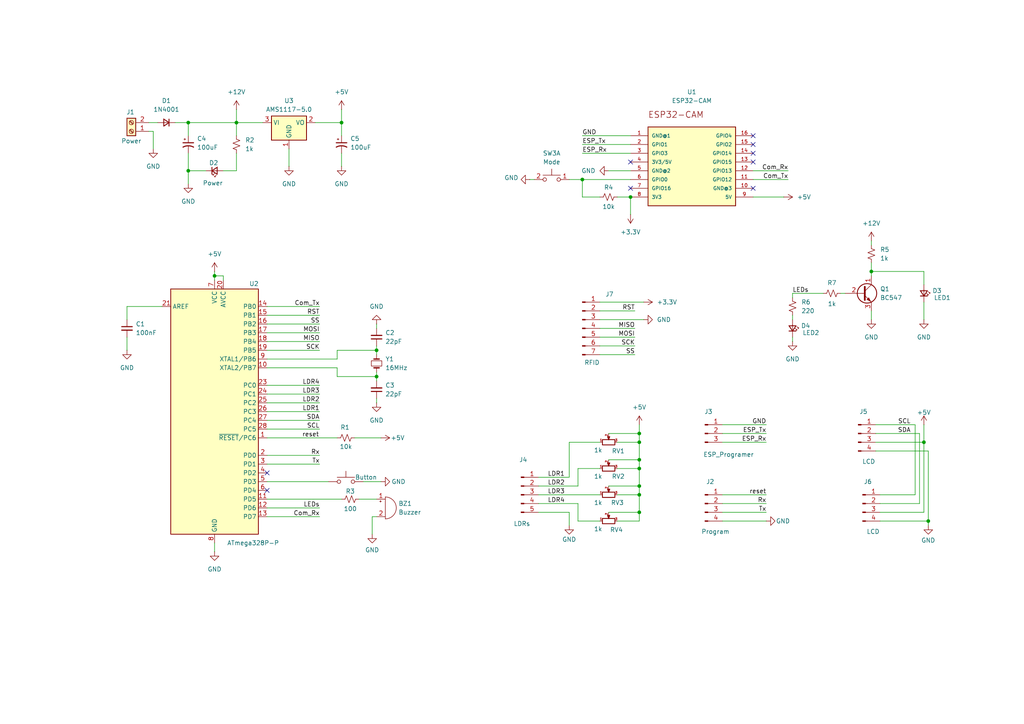
<source format=kicad_sch>
(kicad_sch (version 20231120) (generator "eeschema") (generator_version "8.0")
  (paper "A4")
  (lib_symbols
    (symbol "Connector:Conn_01x03_Pin" (pin_names (offset 1.016) hide)
      (property "Reference" "J" (at 0 5.08 0))
      (property "Value" "Conn_01x03_Pin" (at 0 -5.08 0))
      (symbol "Conn_01x03_Pin_1_1"
        (polyline (pts (xy 1.27 -2.54) (xy 0.8636 -2.54)) (stroke (width 0.1524)))
        (polyline (pts (xy 1.27 0) (xy 0.8636 0)) (stroke (width 0.1524)))
        (polyline (pts (xy 1.27 2.54) (xy 0.8636 2.54)) (stroke (width 0.1524)))
        (rectangle (start 0.8636 -2.413) (end 0 -2.667) (stroke (width 0.1524)) (fill (type outline)))
        (rectangle (start 0.8636 0.127) (end 0 -0.127) (stroke (width 0.1524)) (fill (type outline)))
        (rectangle (start 0.8636 2.667) (end 0 2.413) (stroke (width 0.1524)) (fill (type outline)))
        (pin passive line (at 5.08 2.54 180) (length 3.81) (name "Pin_1") (number "1"))
        (pin passive line (at 5.08 0 180) (length 3.81) (name "Pin_2") (number "2"))
        (pin passive line (at 5.08 -2.54 180) (length 3.81) (name "Pin_3") (number "3"))
      )
    )
    (symbol "Connector:Conn_01x04_Pin" (pin_names (offset 1.016) hide)
      (property "Reference" "J" (at 0 5.08 0))
      (property "Value" "Conn_01x04_Pin" (at 0 -7.62 0))
      (symbol "Conn_01x04_Pin_1_1"
        (polyline (pts (xy 1.27 -5.08) (xy 0.8636 -5.08)) (stroke (width 0.1524)))
        (polyline (pts (xy 1.27 -2.54) (xy 0.8636 -2.54)) (stroke (width 0.1524)))
        (polyline (pts (xy 1.27 0) (xy 0.8636 0)) (stroke (width 0.1524)))
        (polyline (pts (xy 1.27 2.54) (xy 0.8636 2.54)) (stroke (width 0.1524)))
        (rectangle (start 0.8636 -4.953) (end 0 -5.207) (stroke (width 0.1524)) (fill (type outline)))
        (rectangle (start 0.8636 -2.413) (end 0 -2.667) (stroke (width 0.1524)) (fill (type outline)))
        (rectangle (start 0.8636 0.127) (end 0 -0.127) (stroke (width 0.1524)) (fill (type outline)))
        (rectangle (start 0.8636 2.667) (end 0 2.413) (stroke (width 0.1524)) (fill (type outline)))
        (pin passive line (at 5.08 2.54 180) (length 3.81) (name "Pin_1") (number "1"))
        (pin passive line (at 5.08 0 180) (length 3.81) (name "Pin_2") (number "2"))
        (pin passive line (at 5.08 -2.54 180) (length 3.81) (name "Pin_3") (number "3"))
        (pin passive line (at 5.08 -5.08 180) (length 3.81) (name "Pin_4") (number "4"))
      )
    )
    (symbol "Connector:Conn_01x05_Pin" (pin_names (offset 1.016) hide)
      (property "Reference" "J" (at 0 7.62 0))
      (property "Value" "Conn_01x05_Pin" (at 0 -7.62 0))
      (symbol "Conn_01x05_Pin_1_1"
        (polyline (pts (xy 1.27 -5.08) (xy 0.8636 -5.08)) (stroke (width 0.1524)))
        (polyline (pts (xy 1.27 -2.54) (xy 0.8636 -2.54)) (stroke (width 0.1524)))
        (polyline (pts (xy 1.27 0) (xy 0.8636 0)) (stroke (width 0.1524)))
        (polyline (pts (xy 1.27 2.54) (xy 0.8636 2.54)) (stroke (width 0.1524)))
        (polyline (pts (xy 1.27 5.08) (xy 0.8636 5.08)) (stroke (width 0.1524)))
        (rectangle (start 0.8636 -4.953) (end 0 -5.207) (stroke (width 0.1524)) (fill (type outline)))
        (rectangle (start 0.8636 -2.413) (end 0 -2.667) (stroke (width 0.1524)) (fill (type outline)))
        (rectangle (start 0.8636 0.127) (end 0 -0.127) (stroke (width 0.1524)) (fill (type outline)))
        (rectangle (start 0.8636 2.667) (end 0 2.413) (stroke (width 0.1524)) (fill (type outline)))
        (rectangle (start 0.8636 5.207) (end 0 4.953) (stroke (width 0.1524)) (fill (type outline)))
        (pin passive line (at 5.08 5.08 180) (length 3.81) (name "Pin_1") (number "1"))
        (pin passive line (at 5.08 2.54 180) (length 3.81) (name "Pin_2") (number "2"))
        (pin passive line (at 5.08 0 180) (length 3.81) (name "Pin_3") (number "3"))
        (pin passive line (at 5.08 -2.54 180) (length 3.81) (name "Pin_4") (number "4"))
        (pin passive line (at 5.08 -5.08 180) (length 3.81) (name "Pin_5") (number "5"))
      )
    )
    (symbol "Connector:Conn_01x07_Pin" (pin_names (offset 1.016) hide)
      (property "Reference" "J" (at 0 10.16 0))
      (property "Value" "Conn_01x07_Pin" (at 0 -10.16 0))
      (symbol "Conn_01x07_Pin_1_1"
        (polyline (pts (xy 1.27 -7.62) (xy 0.8636 -7.62)) (stroke (width 0.1524)))
        (polyline (pts (xy 1.27 -5.08) (xy 0.8636 -5.08)) (stroke (width 0.1524)))
        (polyline (pts (xy 1.27 -2.54) (xy 0.8636 -2.54)) (stroke (width 0.1524)))
        (polyline (pts (xy 1.27 0) (xy 0.8636 0)) (stroke (width 0.1524)))
        (polyline (pts (xy 1.27 2.54) (xy 0.8636 2.54)) (stroke (width 0.1524)))
        (polyline (pts (xy 1.27 5.08) (xy 0.8636 5.08)) (stroke (width 0.1524)))
        (polyline (pts (xy 1.27 7.62) (xy 0.8636 7.62)) (stroke (width 0.1524)))
        (rectangle (start 0.8636 -7.493) (end 0 -7.747) (stroke (width 0.1524)) (fill (type outline)))
        (rectangle (start 0.8636 -4.953) (end 0 -5.207) (stroke (width 0.1524)) (fill (type outline)))
        (rectangle (start 0.8636 -2.413) (end 0 -2.667) (stroke (width 0.1524)) (fill (type outline)))
        (rectangle (start 0.8636 0.127) (end 0 -0.127) (stroke (width 0.1524)) (fill (type outline)))
        (rectangle (start 0.8636 2.667) (end 0 2.413) (stroke (width 0.1524)) (fill (type outline)))
        (rectangle (start 0.8636 5.207) (end 0 4.953) (stroke (width 0.1524)) (fill (type outline)))
        (rectangle (start 0.8636 7.747) (end 0 7.493) (stroke (width 0.1524)) (fill (type outline)))
        (pin passive line (at 5.08 7.62 180) (length 3.81) (name "Pin_1") (number "1"))
        (pin passive line (at 5.08 5.08 180) (length 3.81) (name "Pin_2") (number "2"))
        (pin passive line (at 5.08 2.54 180) (length 3.81) (name "Pin_3") (number "3"))
        (pin passive line (at 5.08 0 180) (length 3.81) (name "Pin_4") (number "4"))
        (pin passive line (at 5.08 -2.54 180) (length 3.81) (name "Pin_5") (number "5"))
        (pin passive line (at 5.08 -5.08 180) (length 3.81) (name "Pin_6") (number "6"))
        (pin passive line (at 5.08 -7.62 180) (length 3.81) (name "Pin_7") (number "7"))
      )
    )
    (symbol "Connector:Screw_Terminal_01x02" (pin_names (offset 1.016) hide)
      (property "Reference" "J" (at 0 2.54 0))
      (property "Value" "Screw_Terminal_01x02" (at 0 -5.08 0))
      (symbol "Screw_Terminal_01x02_1_1"
        (rectangle (start -1.27 1.27) (end 1.27 -3.81) (stroke (width 0.254)) (fill (type background)))
        (circle (center 0 -2.54) (radius 0.635) (stroke (width 0.1524)))
        (polyline (pts (xy -0.5334 -2.2098) (xy 0.3302 -3.048)) (stroke (width 0.1524)))
        (polyline (pts (xy -0.5334 0.3302) (xy 0.3302 -0.508)) (stroke (width 0.1524)))
        (polyline (pts (xy -0.3556 -2.032) (xy 0.508 -2.8702)) (stroke (width 0.1524)))
        (polyline (pts (xy -0.3556 0.508) (xy 0.508 -0.3302)) (stroke (width 0.1524)))
        (circle (center 0 0) (radius 0.635) (stroke (width 0.1524)))
        (pin passive line (at -5.08 0 0) (length 3.81) (name "Pin_1") (number "1"))
        (pin passive line (at -5.08 -2.54 0) (length 3.81) (name "Pin_2") (number "2"))
      )
    )
    (symbol "Device:Buzzer" (pin_names (offset 0.0254) hide)
      (property "Reference" "BZ" (at 3.81 1.27 0))
      (property "Value" "Buzzer" (at 3.81 -1.27 0))
      (symbol "Buzzer_0_1"
        (arc (start 0 -3.175) (mid 3.1612 0) (end 0 3.175))
        (polyline (pts (xy -1.651 1.905) (xy -1.143 1.905)))
        (polyline (pts (xy -1.397 2.159) (xy -1.397 1.651)))
        (polyline (pts (xy 0 3.175) (xy 0 -3.175)))
      )
      (symbol "Buzzer_1_1"
        (pin passive line (at -2.54 2.54 0) (length 2.54) (name "+") (number "1"))
        (pin passive line (at -2.54 -2.54 0) (length 2.54) (name "-") (number "2"))
      )
    )
    (symbol "Device:C_Polarized_Small_US" (pin_numbers hide) (pin_names (offset 0.254) hide)
      (property "Reference" "C" (at 0.254 1.778 0))
      (property "Value" "C_Polarized_Small_US" (at 0.254 -2.032 0))
      (symbol "C_Polarized_Small_US_0_1"
        (polyline (pts (xy -1.524 0.508) (xy 1.524 0.508)) (stroke (width 0.3048)))
        (polyline (pts (xy -1.27 1.524) (xy -0.762 1.524)))
        (polyline (pts (xy -1.016 1.27) (xy -1.016 1.778)))
        (arc (start 1.524 -0.762) (mid 0 -0.3734) (end -1.524 -0.762) (stroke (width 0.3048)))
      )
      (symbol "C_Polarized_Small_US_1_1"
        (pin passive line (at 0 2.54 270) (length 2.032) (name "~") (number "1"))
        (pin passive line (at 0 -2.54 90) (length 2.032) (name "~") (number "2"))
      )
    )
    (symbol "Device:C_Small" (pin_numbers hide) (pin_names (offset 0.254) hide)
      (property "Reference" "C" (at 0.254 1.778 0))
      (property "Value" "C_Small" (at 0.254 -2.032 0))
      (symbol "C_Small_0_1"
        (polyline (pts (xy -1.524 -0.508) (xy 1.524 -0.508)) (stroke (width 0.3302)))
        (polyline (pts (xy -1.524 0.508) (xy 1.524 0.508)) (stroke (width 0.3048)))
      )
      (symbol "C_Small_1_1"
        (pin passive line (at 0 2.54 270) (length 2.032) (name "~") (number "1"))
        (pin passive line (at 0 -2.54 90) (length 2.032) (name "~") (number "2"))
      )
    )
    (symbol "Device:Crystal_Small" (pin_numbers hide) (pin_names (offset 1.016) hide)
      (property "Reference" "Y" (at 0 2.54 0))
      (property "Value" "Crystal_Small" (at 0 -2.54 0))
      (symbol "Crystal_Small_0_1"
        (rectangle (start -0.762 -1.524) (end 0.762 1.524))
        (polyline (pts (xy -1.27 -0.762) (xy -1.27 0.762)) (stroke (width 0.381)))
        (polyline (pts (xy 1.27 -0.762) (xy 1.27 0.762)) (stroke (width 0.381)))
      )
      (symbol "Crystal_Small_1_1"
        (pin passive line (at -2.54 0 0) (length 1.27) (name "1") (number "1"))
        (pin passive line (at 2.54 0 180) (length 1.27) (name "2") (number "2"))
      )
    )
    (symbol "Device:D_Small" (pin_numbers hide) (pin_names (offset 0.254) hide)
      (property "Reference" "D" (at -1.27 2.032 0))
      (property "Value" "D_Small" (at -3.81 -2.032 0))
      (symbol "D_Small_0_1"
        (polyline (pts (xy -0.762 -1.016) (xy -0.762 1.016)) (stroke (width 0.254)))
        (polyline (pts (xy -0.762 0) (xy 0.762 0)))
        (polyline (pts (xy 0.762 -1.016) (xy -0.762 0) (xy 0.762 1.016) (xy 0.762 -1.016)) (stroke (width 0.254)))
      )
      (symbol "D_Small_1_1"
        (pin passive line (at -2.54 0 0) (length 1.778) (name "K") (number "1"))
        (pin passive line (at 2.54 0 180) (length 1.778) (name "A") (number "2"))
      )
    )
    (symbol "Device:LED_Small" (pin_numbers hide) (pin_names (offset 0.254) hide)
      (property "Reference" "D" (at -1.27 3.175 0))
      (property "Value" "LED_Small" (at -4.445 -2.54 0))
      (symbol "LED_Small_0_1"
        (polyline (pts (xy -0.762 -1.016) (xy -0.762 1.016)) (stroke (width 0.254)))
        (polyline (pts (xy 1.016 0) (xy -0.762 0)))
        (polyline (pts (xy 0.762 -1.016) (xy -0.762 0) (xy 0.762 1.016) (xy 0.762 -1.016)) (stroke (width 0.254)))
        (polyline (pts (xy 0 0.762) (xy -0.508 1.27) (xy -0.254 1.27) (xy -0.508 1.27) (xy -0.508 1.016)))
        (polyline (pts (xy 0.508 1.27) (xy 0 1.778) (xy 0.254 1.778) (xy 0 1.778) (xy 0 1.524)))
      )
      (symbol "LED_Small_1_1"
        (pin passive line (at -2.54 0 0) (length 1.778) (name "K") (number "1"))
        (pin passive line (at 2.54 0 180) (length 1.778) (name "A") (number "2"))
      )
    )
    (symbol "Device:R_Potentiometer_Small" (pin_names (offset 1.016) hide)
      (property "Reference" "RV" (at -4.445 0 90))
      (property "Value" "R_Potentiometer_Small" (at -2.54 0 90))
      (symbol "R_Potentiometer_Small_0_1"
        (polyline (pts (xy 0.889 0) (xy 0.635 0) (xy 1.651 0.381) (xy 1.651 -0.381) (xy 0.635 0) (xy 0.889 0)) (fill (type outline)))
        (rectangle (start 0.762 1.8034) (end -0.762 -1.8034) (stroke (width 0.254)))
      )
      (symbol "R_Potentiometer_Small_1_1"
        (pin passive line (at 0 2.54 270) (length 0.635) (name "1") (number "1"))
        (pin passive line (at 2.54 0 180) (length 0.9906) (name "2") (number "2"))
        (pin passive line (at 0 -2.54 90) (length 0.635) (name "3") (number "3"))
      )
    )
    (symbol "Device:R_Small_US" (pin_numbers hide) (pin_names (offset 0.254) hide)
      (property "Reference" "R" (at 0.762 0.508 0))
      (property "Value" "R_Small_US" (at 0.762 -1.016 0))
      (symbol "R_Small_US_1_1"
        (polyline (pts (xy 0 0) (xy 1.016 -0.381) (xy 0 -0.762) (xy -1.016 -1.143) (xy 0 -1.524)))
        (polyline (pts (xy 0 1.524) (xy 1.016 1.143) (xy 0 0.762) (xy -1.016 0.381) (xy 0 0)))
        (pin passive line (at 0 2.54 270) (length 1.016) (name "~") (number "1"))
        (pin passive line (at 0 -2.54 90) (length 1.016) (name "~") (number "2"))
      )
    )
    (symbol "Downloaded:ESP32-CAM" (pin_names (offset 1.016))
      (property "Reference" "U" (at 0 0 0))
      (property "Value" "ESP32-CAM" (at -6.604 -12.954 0))
      (symbol "ESP32-CAM_0_0"
        (rectangle (start -12.7 12.7) (end 12.7 -10.16) (stroke (width 0.254)) (fill (type background)))
        (text "ESP32-CAM" (at -12.7 15.24 0) (effects (font (size 1.778 1.778)) (justify left bottom)))
      )
      (symbol "ESP32-CAM_1_0"
        (pin bidirectional line (at -17.78 10.16 0) (length 5.08) (name "GND@1") (number "1"))
        (pin bidirectional line (at 17.78 -5.08 180) (length 5.08) (name "GND@3") (number "10"))
        (pin bidirectional line (at 17.78 -2.54 180) (length 5.08) (name "GPIO12") (number "11"))
        (pin bidirectional line (at 17.78 0 180) (length 5.08) (name "GPIO13") (number "12"))
        (pin bidirectional line (at 17.78 2.54 180) (length 5.08) (name "GPIO15") (number "13"))
        (pin bidirectional line (at 17.78 5.08 180) (length 5.08) (name "GPIO14") (number "14"))
        (pin bidirectional line (at 17.78 7.62 180) (length 5.08) (name "GPIO2") (number "15"))
        (pin bidirectional line (at 17.78 10.16 180) (length 5.08) (name "GPIO4") (number "16"))
        (pin bidirectional line (at -17.78 7.62 0) (length 5.08) (name "GPIO1") (number "2"))
        (pin bidirectional line (at -17.78 5.08 0) (length 5.08) (name "GPIO3") (number "3"))
        (pin bidirectional line (at -17.78 2.54 0) (length 5.08) (name "3V3/5V") (number "4"))
        (pin bidirectional line (at -17.78 0 0) (length 5.08) (name "GND@2") (number "5"))
        (pin bidirectional line (at -17.78 -2.54 0) (length 5.08) (name "GPIO0") (number "6"))
        (pin bidirectional line (at -17.78 -5.08 0) (length 5.08) (name "GPIO16") (number "7"))
        (pin bidirectional line (at -17.78 -7.62 0) (length 5.08) (name "3V3") (number "8"))
        (pin bidirectional line (at 17.78 -7.62 180) (length 5.08) (name "5V") (number "9"))
      )
    )
    (symbol "MCU_Microchip_ATmega:ATmega328P-P"
      (property "Reference" "U" (at -12.7 36.83 0))
      (property "Value" "ATmega328P-P" (at 2.54 -36.83 0))
      (symbol "ATmega328P-P_0_1"
        (rectangle (start -12.7 -35.56) (end 12.7 35.56) (stroke (width 0.254)) (fill (type background)))
      )
      (symbol "ATmega328P-P_1_1"
        (pin bidirectional line (at 15.24 -7.62 180) (length 2.54) (name "~{RESET}/PC6") (number "1"))
        (pin bidirectional line (at 15.24 12.7 180) (length 2.54) (name "XTAL2/PB7") (number "10"))
        (pin bidirectional line (at 15.24 -25.4 180) (length 2.54) (name "PD5") (number "11"))
        (pin bidirectional line (at 15.24 -27.94 180) (length 2.54) (name "PD6") (number "12"))
        (pin bidirectional line (at 15.24 -30.48 180) (length 2.54) (name "PD7") (number "13"))
        (pin bidirectional line (at 15.24 30.48 180) (length 2.54) (name "PB0") (number "14"))
        (pin bidirectional line (at 15.24 27.94 180) (length 2.54) (name "PB1") (number "15"))
        (pin bidirectional line (at 15.24 25.4 180) (length 2.54) (name "PB2") (number "16"))
        (pin bidirectional line (at 15.24 22.86 180) (length 2.54) (name "PB3") (number "17"))
        (pin bidirectional line (at 15.24 20.32 180) (length 2.54) (name "PB4") (number "18"))
        (pin bidirectional line (at 15.24 17.78 180) (length 2.54) (name "PB5") (number "19"))
        (pin bidirectional line (at 15.24 -12.7 180) (length 2.54) (name "PD0") (number "2"))
        (pin power_in line (at 2.54 38.1 270) (length 2.54) (name "AVCC") (number "20"))
        (pin passive line (at -15.24 30.48 0) (length 2.54) (name "AREF") (number "21"))
        (pin passive line (at 0 -38.1 90) (length 2.54) hide (name "GND") (number "22"))
        (pin bidirectional line (at 15.24 7.62 180) (length 2.54) (name "PC0") (number "23"))
        (pin bidirectional line (at 15.24 5.08 180) (length 2.54) (name "PC1") (number "24"))
        (pin bidirectional line (at 15.24 2.54 180) (length 2.54) (name "PC2") (number "25"))
        (pin bidirectional line (at 15.24 0 180) (length 2.54) (name "PC3") (number "26"))
        (pin bidirectional line (at 15.24 -2.54 180) (length 2.54) (name "PC4") (number "27"))
        (pin bidirectional line (at 15.24 -5.08 180) (length 2.54) (name "PC5") (number "28"))
        (pin bidirectional line (at 15.24 -15.24 180) (length 2.54) (name "PD1") (number "3"))
        (pin bidirectional line (at 15.24 -17.78 180) (length 2.54) (name "PD2") (number "4"))
        (pin bidirectional line (at 15.24 -20.32 180) (length 2.54) (name "PD3") (number "5"))
        (pin bidirectional line (at 15.24 -22.86 180) (length 2.54) (name "PD4") (number "6"))
        (pin power_in line (at 0 38.1 270) (length 2.54) (name "VCC") (number "7"))
        (pin power_in line (at 0 -38.1 90) (length 2.54) (name "GND") (number "8"))
        (pin bidirectional line (at 15.24 15.24 180) (length 2.54) (name "XTAL1/PB6") (number "9"))
      )
    )
    (symbol "Regulator_Linear:AMS1117-5.0"
      (property "Reference" "U" (at -3.81 3.175 0))
      (property "Value" "AMS1117-5.0" (at 0 3.175 0))
      (symbol "AMS1117-5.0_0_1"
        (rectangle (start -5.08 -5.08) (end 5.08 1.905) (stroke (width 0.254)) (fill (type background)))
      )
      (symbol "AMS1117-5.0_1_1"
        (pin power_in line (at 0 -7.62 90) (length 2.54) (name "GND") (number "1"))
        (pin power_out line (at 7.62 0 180) (length 2.54) (name "VO") (number "2"))
        (pin power_in line (at -7.62 0 0) (length 2.54) (name "VI") (number "3"))
      )
    )
    (symbol "Switch:SW_Push" (pin_numbers hide) (pin_names (offset 1.016) hide)
      (property "Reference" "SW" (at 1.27 2.54 0))
      (property "Value" "SW_Push" (at 0 -1.524 0))
      (symbol "SW_Push_0_1"
        (circle (center -2.032 0) (radius 0.508))
        (polyline (pts (xy 0 1.27) (xy 0 3.048)))
        (polyline (pts (xy 2.54 1.27) (xy -2.54 1.27)))
        (circle (center 2.032 0) (radius 0.508))
        (pin passive line (at -5.08 0 0) (length 2.54) (name "1") (number "1"))
        (pin passive line (at 5.08 0 180) (length 2.54) (name "2") (number "2"))
      )
    )
    (symbol "Switch:SW_Push_Dual_x2" (pin_names (offset 1.016) hide)
      (property "Reference" "SW" (at 1.27 2.54 0))
      (property "Value" "SW_Push_Dual_x2" (at 0 -1.524 0))
      (symbol "SW_Push_Dual_x2_0_1"
        (circle (center -2.032 0) (radius 0.508))
        (polyline (pts (xy 0 1.27) (xy 0 3.048)))
        (polyline (pts (xy 2.54 1.27) (xy -2.54 1.27)))
        (circle (center 2.032 0) (radius 0.508))
      )
      (symbol "SW_Push_Dual_x2_1_1"
        (pin passive line (at -5.08 0 0) (length 2.54) (name "C") (number "1"))
        (pin passive line (at 5.08 0 180) (length 2.54) (name "D") (number "2"))
      )
      (symbol "SW_Push_Dual_x2_2_1"
        (pin passive line (at -5.08 0 0) (length 2.54) (name "C") (number "3"))
        (pin passive line (at 5.08 0 180) (length 2.54) (name "D") (number "4"))
      )
    )
    (symbol "Transistor_BJT:BC547" (pin_names (offset 0) hide)
      (property "Reference" "Q" (at 5.08 1.905 0))
      (property "Value" "BC547" (at 5.08 0 0))
      (symbol "BC547_0_1"
        (polyline (pts (xy 0 0) (xy 0.635 0)))
        (polyline (pts (xy 0.635 0.635) (xy 2.54 2.54)))
        (polyline (pts (xy 0.635 -0.635) (xy 2.54 -2.54) (xy 2.54 -2.54)))
        (polyline (pts (xy 0.635 1.905) (xy 0.635 -1.905) (xy 0.635 -1.905)) (stroke (width 0.508)))
        (polyline (pts (xy 1.27 -1.778) (xy 1.778 -1.27) (xy 2.286 -2.286) (xy 1.27 -1.778) (xy 1.27 -1.778)) (fill (type outline)))
        (circle (center 1.27 0) (radius 2.8194) (stroke (width 0.254)))
      )
      (symbol "BC547_1_1"
        (pin passive line (at 2.54 5.08 270) (length 2.54) (name "C") (number "1"))
        (pin input line (at -5.08 0 0) (length 5.08) (name "B") (number "2"))
        (pin passive line (at 2.54 -5.08 90) (length 2.54) (name "E") (number "3"))
      )
    )
    (symbol "power:+12V" (power) (pin_numbers hide) (pin_names (offset 0) hide)
      (property "Value" "+12V" (at 0 3.556 0))
      (symbol "+12V_0_1"
        (polyline (pts (xy -0.762 1.27) (xy 0 2.54)))
        (polyline (pts (xy 0 0) (xy 0 2.54)))
        (polyline (pts (xy 0 2.54) (xy 0.762 1.27)))
      )
      (symbol "+12V_1_1"
        (pin power_in line (at 0 0 90) (length 0) (name "~") (number "1"))
      )
    )
    (symbol "power:+3.3V" (power) (pin_numbers hide) (pin_names (offset 0) hide)
      (property "Value" "+3.3V" (at 0 3.556 0))
      (symbol "+3.3V_0_1"
        (polyline (pts (xy -0.762 1.27) (xy 0 2.54)))
        (polyline (pts (xy 0 0) (xy 0 2.54)))
        (polyline (pts (xy 0 2.54) (xy 0.762 1.27)))
      )
      (symbol "+3.3V_1_1"
        (pin power_in line (at 0 0 90) (length 0) (name "~") (number "1"))
      )
    )
    (symbol "power:+5V" (power) (pin_numbers hide) (pin_names (offset 0) hide)
      (property "Value" "+5V" (at 0 3.556 0))
      (symbol "+5V_0_1"
        (polyline (pts (xy -0.762 1.27) (xy 0 2.54)))
        (polyline (pts (xy 0 0) (xy 0 2.54)))
        (polyline (pts (xy 0 2.54) (xy 0.762 1.27)))
      )
      (symbol "+5V_1_1"
        (pin power_in line (at 0 0 90) (length 0) (name "~") (number "1"))
      )
    )
    (symbol "power:GND" (power) (pin_numbers hide) (pin_names (offset 0) hide)
      (property "Value" "GND" (at 0 -3.81 0))
      (symbol "GND_0_1"
        (polyline (pts (xy 0 0) (xy 0 -1.27) (xy 1.27 -1.27) (xy 0 -2.54) (xy -1.27 -1.27) (xy 0 -1.27)))
      )
      (symbol "GND_1_1"
        (pin power_in line (at 0 0 270) (length 0) (name "~") (number "1"))
      )
    )
  )
  (junction (at 185.42 135.89))
  (junction (at 54.61 35.56))
  (junction (at 185.42 133.35))
  (junction (at 252.73 78.74))
  (junction (at 182.88 57.15))
  (junction (at 185.42 143.51))
  (junction (at 54.61 49.53))
  (junction (at 109.22 109.22))
  (junction (at 62.23 80.01))
  (junction (at 185.42 140.97))
  (junction (at 185.42 128.27))
  (junction (at 109.22 101.6))
  (junction (at 168.91 52.07))
  (junction (at 185.42 125.73))
  (junction (at 269.24 151.13))
  (junction (at 185.42 148.59))
  (junction (at 267.97 128.27))
  (junction (at 99.06 35.56))
  (junction (at 68.58 35.56))
  (no_connect (at 218.44 46.99))
  (no_connect (at 77.47 142.24))
  (no_connect (at 218.44 44.45))
  (no_connect (at 182.88 54.61))
  (no_connect (at 218.44 54.61))
  (no_connect (at 218.44 39.37))
  (no_connect (at 218.44 41.91))
  (no_connect (at 182.88 46.99))
  (no_connect (at 77.47 137.16))
  (wire (pts (xy 266.7 146.05) (xy 255.27 146.05)))
  (wire (pts (xy 185.42 140.97) (xy 185.42 143.51)))
  (wire (pts (xy 209.55 148.59) (xy 222.25 148.59)))
  (wire (pts (xy 176.53 140.97) (xy 185.42 140.97)))
  (wire (pts (xy 179.07 151.13) (xy 185.42 151.13)))
  (wire (pts (xy 185.42 128.27) (xy 185.42 133.35)))
  (wire (pts (xy 91.44 35.56) (xy 99.06 35.56)))
  (wire (pts (xy 62.23 80.01) (xy 62.23 78.74)))
  (wire (pts (xy 97.79 106.68) (xy 97.79 109.22)))
  (wire (pts (xy 77.47 114.3) (xy 92.71 114.3)))
  (wire (pts (xy 68.58 35.56) (xy 68.58 39.37)))
  (wire (pts (xy 165.1 138.43) (xy 165.1 128.27)))
  (wire (pts (xy 77.47 106.68) (xy 97.79 106.68)))
  (wire (pts (xy 77.47 93.98) (xy 92.71 93.98)))
  (wire (pts (xy 77.47 149.86) (xy 92.71 149.86)))
  (wire (pts (xy 77.47 96.52) (xy 92.71 96.52)))
  (wire (pts (xy 229.87 92.71) (xy 229.87 91.44)))
  (wire (pts (xy 62.23 157.48) (xy 62.23 160.02)))
  (wire (pts (xy 77.47 121.92) (xy 92.71 121.92)))
  (wire (pts (xy 107.95 154.94) (xy 107.95 149.86)))
  (wire (pts (xy 218.44 52.07) (xy 228.6 52.07)))
  (wire (pts (xy 77.47 91.44) (xy 92.71 91.44)))
  (wire (pts (xy 185.42 143.51) (xy 185.42 148.59)))
  (wire (pts (xy 252.73 78.74) (xy 252.73 80.01)))
  (wire (pts (xy 97.79 104.14) (xy 77.47 104.14)))
  (wire (pts (xy 179.07 128.27) (xy 185.42 128.27)))
  (wire (pts (xy 167.64 135.89) (xy 173.99 135.89)))
  (wire (pts (xy 269.24 151.13) (xy 255.27 151.13)))
  (wire (pts (xy 167.64 151.13) (xy 173.99 151.13)))
  (wire (pts (xy 62.23 80.01) (xy 62.23 81.28)))
  (wire (pts (xy 77.47 132.08) (xy 92.71 132.08)))
  (wire (pts (xy 43.18 35.56) (xy 45.72 35.56)))
  (wire (pts (xy 185.42 148.59) (xy 185.42 151.13)))
  (wire (pts (xy 209.55 123.19) (xy 222.25 123.19)))
  (wire (pts (xy 54.61 35.56) (xy 68.58 35.56)))
  (wire (pts (xy 54.61 44.45) (xy 54.61 49.53)))
  (wire (pts (xy 102.87 127) (xy 110.49 127)))
  (wire (pts (xy 64.77 49.53) (xy 68.58 49.53)))
  (wire (pts (xy 165.1 52.07) (xy 168.91 52.07)))
  (wire (pts (xy 173.99 87.63) (xy 186.69 87.63)))
  (wire (pts (xy 229.87 99.06) (xy 229.87 97.79)))
  (wire (pts (xy 77.47 124.46) (xy 92.71 124.46)))
  (wire (pts (xy 156.21 138.43) (xy 165.1 138.43)))
  (wire (pts (xy 209.55 128.27) (xy 222.25 128.27)))
  (wire (pts (xy 218.44 49.53) (xy 228.6 49.53)))
  (wire (pts (xy 59.69 49.53) (xy 54.61 49.53)))
  (wire (pts (xy 77.47 119.38) (xy 92.71 119.38)))
  (wire (pts (xy 64.77 81.28) (xy 64.77 80.01)))
  (wire (pts (xy 97.79 109.22) (xy 109.22 109.22)))
  (wire (pts (xy 36.83 88.9) (xy 36.83 92.71)))
  (wire (pts (xy 68.58 31.75) (xy 68.58 35.56)))
  (wire (pts (xy 64.77 80.01) (xy 62.23 80.01)))
  (wire (pts (xy 54.61 35.56) (xy 54.61 39.37)))
  (wire (pts (xy 267.97 78.74) (xy 252.73 78.74)))
  (wire (pts (xy 254 123.19) (xy 265.43 123.19)))
  (wire (pts (xy 182.88 57.15) (xy 182.88 62.23)))
  (wire (pts (xy 105.41 139.7) (xy 110.49 139.7)))
  (wire (pts (xy 156.21 140.97) (xy 167.64 140.97)))
  (wire (pts (xy 109.22 109.22) (xy 109.22 110.49)))
  (wire (pts (xy 77.47 88.9) (xy 92.71 88.9)))
  (wire (pts (xy 173.99 92.71) (xy 186.69 92.71)))
  (wire (pts (xy 173.99 97.79) (xy 184.15 97.79)))
  (wire (pts (xy 229.87 85.09) (xy 238.76 85.09)))
  (wire (pts (xy 173.99 95.25) (xy 184.15 95.25)))
  (wire (pts (xy 168.91 44.45) (xy 182.88 44.45)))
  (wire (pts (xy 44.45 38.1) (xy 44.45 43.18)))
  (wire (pts (xy 266.7 125.73) (xy 254 125.73)))
  (wire (pts (xy 267.97 123.19) (xy 267.97 128.27)))
  (wire (pts (xy 267.97 128.27) (xy 254 128.27)))
  (wire (pts (xy 229.87 86.36) (xy 229.87 85.09)))
  (wire (pts (xy 185.42 135.89) (xy 185.42 140.97)))
  (wire (pts (xy 209.55 143.51) (xy 222.25 143.51)))
  (wire (pts (xy 209.55 125.73) (xy 222.25 125.73)))
  (wire (pts (xy 165.1 128.27) (xy 173.99 128.27)))
  (wire (pts (xy 218.44 57.15) (xy 227.33 57.15)))
  (wire (pts (xy 77.47 139.7) (xy 95.25 139.7)))
  (wire (pts (xy 269.24 151.13) (xy 269.24 130.81)))
  (wire (pts (xy 107.95 149.86) (xy 109.22 149.86)))
  (wire (pts (xy 179.07 135.89) (xy 185.42 135.89)))
  (wire (pts (xy 173.99 90.17) (xy 184.15 90.17)))
  (wire (pts (xy 109.22 115.57) (xy 109.22 116.84)))
  (wire (pts (xy 173.99 102.87) (xy 184.15 102.87)))
  (wire (pts (xy 156.21 146.05) (xy 167.64 146.05)))
  (wire (pts (xy 99.06 44.45) (xy 99.06 48.26)))
  (wire (pts (xy 156.21 148.59) (xy 165.1 148.59)))
  (wire (pts (xy 168.91 41.91) (xy 182.88 41.91)))
  (wire (pts (xy 176.53 125.73) (xy 185.42 125.73)))
  (wire (pts (xy 269.24 130.81) (xy 254 130.81)))
  (wire (pts (xy 209.55 146.05) (xy 222.25 146.05)))
  (wire (pts (xy 185.42 123.19) (xy 185.42 125.73)))
  (wire (pts (xy 77.47 134.62) (xy 92.71 134.62)))
  (wire (pts (xy 154.94 52.07) (xy 153.67 52.07)))
  (wire (pts (xy 267.97 148.59) (xy 267.97 128.27)))
  (wire (pts (xy 83.82 43.18) (xy 83.82 48.26)))
  (wire (pts (xy 156.21 143.51) (xy 173.99 143.51)))
  (wire (pts (xy 176.53 133.35) (xy 185.42 133.35)))
  (wire (pts (xy 168.91 52.07) (xy 182.88 52.07)))
  (wire (pts (xy 168.91 39.37) (xy 182.88 39.37)))
  (wire (pts (xy 243.84 85.09) (xy 245.11 85.09)))
  (wire (pts (xy 173.99 100.33) (xy 184.15 100.33)))
  (wire (pts (xy 99.06 35.56) (xy 99.06 39.37)))
  (wire (pts (xy 77.47 147.32) (xy 92.71 147.32)))
  (wire (pts (xy 109.22 101.6) (xy 109.22 102.87)))
  (wire (pts (xy 255.27 143.51) (xy 265.43 143.51)))
  (wire (pts (xy 36.83 97.79) (xy 36.83 101.6)))
  (wire (pts (xy 44.45 38.1) (xy 43.18 38.1)))
  (wire (pts (xy 252.73 90.17) (xy 252.73 92.71)))
  (wire (pts (xy 173.99 57.15) (xy 168.91 57.15)))
  (wire (pts (xy 252.73 69.85) (xy 252.73 71.12)))
  (wire (pts (xy 269.24 151.13) (xy 269.24 152.4)))
  (wire (pts (xy 179.07 57.15) (xy 182.88 57.15)))
  (wire (pts (xy 109.22 93.98) (xy 109.22 95.25)))
  (wire (pts (xy 109.22 100.33) (xy 109.22 101.6)))
  (wire (pts (xy 99.06 31.75) (xy 99.06 35.56)))
  (wire (pts (xy 167.64 140.97) (xy 167.64 135.89)))
  (wire (pts (xy 68.58 35.56) (xy 76.2 35.56)))
  (wire (pts (xy 252.73 76.2) (xy 252.73 78.74)))
  (wire (pts (xy 267.97 82.55) (xy 267.97 78.74)))
  (wire (pts (xy 185.42 125.73) (xy 185.42 128.27)))
  (wire (pts (xy 50.8 35.56) (xy 54.61 35.56)))
  (wire (pts (xy 104.14 144.78) (xy 109.22 144.78)))
  (wire (pts (xy 77.47 116.84) (xy 92.71 116.84)))
  (wire (pts (xy 266.7 146.05) (xy 266.7 125.73)))
  (wire (pts (xy 46.99 88.9) (xy 36.83 88.9)))
  (wire (pts (xy 165.1 148.59) (xy 165.1 152.4)))
  (wire (pts (xy 77.47 111.76) (xy 92.71 111.76)))
  (wire (pts (xy 209.55 151.13) (xy 222.25 151.13)))
  (wire (pts (xy 77.47 144.78) (xy 99.06 144.78)))
  (wire (pts (xy 97.79 101.6) (xy 97.79 104.14)))
  (wire (pts (xy 267.97 87.63) (xy 267.97 92.71)))
  (wire (pts (xy 54.61 49.53) (xy 54.61 53.34)))
  (wire (pts (xy 167.64 146.05) (xy 167.64 151.13)))
  (wire (pts (xy 176.53 49.53) (xy 182.88 49.53)))
  (wire (pts (xy 267.97 148.59) (xy 255.27 148.59)))
  (wire (pts (xy 77.47 101.6) (xy 92.71 101.6)))
  (wire (pts (xy 109.22 107.95) (xy 109.22 109.22)))
  (wire (pts (xy 176.53 148.59) (xy 185.42 148.59)))
  (wire (pts (xy 68.58 49.53) (xy 68.58 44.45)))
  (wire (pts (xy 77.47 99.06) (xy 92.71 99.06)))
  (wire (pts (xy 265.43 123.19) (xy 265.43 143.51)))
  (wire (pts (xy 77.47 127) (xy 97.79 127)))
  (wire (pts (xy 179.07 143.51) (xy 185.42 143.51)))
  (wire (pts (xy 185.42 133.35) (xy 185.42 135.89)))
  (wire (pts (xy 109.22 101.6) (xy 97.79 101.6)))
  (wire (pts (xy 168.91 57.15) (xy 168.91 52.07)))
  (label "MOSI" (at 92.71 96.52 180))
  (label "SS" (at 92.71 93.98 180))
  (label "SCK" (at 92.71 101.6 180))
  (label "SS" (at 184.15 102.87 180))
  (label "LDR1" (at 163.83 138.43 180))
  (label "LDR3" (at 163.83 143.51 180))
  (label "LDR2" (at 92.71 116.84 180))
  (label "MOSI" (at 184.15 97.79 180))
  (label "MISO" (at 184.15 95.25 180))
  (label "ESP_Rx" (at 222.25 128.27 180))
  (label "MISO" (at 92.71 99.06 180))
  (label "Rx" (at 92.71 132.08 180))
  (label "LDR1" (at 92.71 119.38 180))
  (label "Com_Rx" (at 92.71 149.86 180))
  (label "Com_Tx" (at 228.6 52.07 180))
  (label "LEDs" (at 92.71 147.32 180))
  (label "ESP_Tx" (at 222.25 125.73 180))
  (label "SCL" (at 264.16 123.19 180))
  (label "SDA" (at 92.71 121.92 180))
  (label "RST" (at 184.15 90.17 180))
  (label "reset" (at 87.63 127 0))
  (label "ESP_Tx" (at 168.91 41.91 0))
  (label "ESP_Rx" (at 168.91 44.45 0))
  (label "RST" (at 92.71 91.44 180))
  (label "SDA" (at 264.16 125.73 180))
  (label "Tx" (at 222.25 148.59 180))
  (label "LEDs" (at 229.87 85.09 0))
  (label "GND" (at 168.91 39.37 0))
  (label "LDR4" (at 163.83 146.05 180))
  (label "Rx" (at 222.25 146.05 180))
  (label "LDR3" (at 92.71 114.3 180))
  (label "Com_Tx" (at 92.71 88.9 180))
  (label "Tx" (at 92.71 134.62 180))
  (label "SCK" (at 184.15 100.33 180))
  (label "LDR4" (at 92.71 111.76 180))
  (label "reset" (at 222.25 143.51 180))
  (label "SCL" (at 92.71 124.46 180))
  (label "GND" (at 222.25 123.19 180))
  (label "Com_Rx" (at 228.6 49.53 180))
  (label "LDR2" (at 163.83 140.97 180))
  (symbol (lib_id "Device:R_Small_US") (at 229.87 88.9 0) (unit 1)
    (property "Reference" "R6" (at 232.41 87.6299 0) (effects (justify left)))
    (property "Value" "220" (at 232.41 90.1699 0) (effects (justify left)))
    (property "Footprint" "Resistor_THT:R_Axial_DIN0207_L6.3mm_D2.5mm_P10.16mm_Horizontal" (effects (hide yes)))
    (property "Description" "Resistor, small US symbol" (effects (hide yes)))
  )
  (symbol (lib_id "Device:C_Small") (at 36.83 95.25 0) (unit 1)
    (property "Reference" "C1" (at 39.37 93.9862 0) (effects (justify left)))
    (property "Value" "100nF" (at 39.37 96.5262 0) (effects (justify left)))
    (property "Footprint" "Capacitor_THT:C_Disc_D3.0mm_W1.6mm_P2.50mm" (effects (hide yes)))
    (property "Description" "Unpolarized capacitor, small symbol" (effects (hide yes)))
  )
  (symbol (lib_id "power:GND") (at 99.06 48.26 0) (unit 1)
    (property "Reference" "#PWR014" (effects (hide yes)))
    (property "Value" "GND" (at 99.06 53.34 0))
    (property "Description" "Power symbol creates a global label with name \"GND\" , ground" (effects (hide yes)))
  )
  (symbol (lib_id "power:GND") (at 109.22 93.98 180) (unit 1)
    (property "Reference" "#PWR05" (effects (hide yes)))
    (property "Value" "GND" (at 109.22 88.9 0))
    (property "Description" "Power symbol creates a global label with name \"GND\" , ground" (effects (hide yes)))
  )
  (symbol (lib_id "power:GND") (at 222.25 151.13 90) (unit 1)
    (property "Reference" "#PWR019" (effects (hide yes)))
    (property "Value" "GND" (at 225.044 151.13 90) (effects (justify right)))
    (property "Description" "Power symbol creates a global label with name \"GND\" , ground" (effects (hide yes)))
  )
  (symbol (lib_id "Device:D_Small") (at 48.26 35.56 180) (unit 1)
    (property "Reference" "D1" (at 48.26 29.21 0))
    (property "Value" "1N4001" (at 48.26 31.75 0))
    (property "Footprint" "Diode_THT:D_A-405_P10.16mm_Horizontal" (effects (hide yes)))
    (property "Description" "Diode, small symbol" (effects (hide yes)))
    (property "Sim.Device" "D" (effects (hide yes)))
    (property "Sim.Pins" "1=K 2=A" (effects (hide yes)))
  )
  (symbol (lib_id "Device:R_Small_US") (at 68.58 41.91 0) (unit 1)
    (property "Reference" "R2" (at 71.12 40.6399 0) (effects (justify left)))
    (property "Value" "1k" (at 71.12 43.1799 0) (effects (justify left)))
    (property "Footprint" "Resistor_THT:R_Axial_DIN0207_L6.3mm_D2.5mm_P10.16mm_Horizontal" (effects (hide yes)))
    (property "Description" "Resistor, small US symbol" (effects (hide yes)))
  )
  (symbol (lib_id "MCU_Microchip_ATmega:ATmega328P-P") (at 62.23 119.38 0) (unit 1)
    (property "Reference" "U2" (at 73.66 82.296 0))
    (property "Value" "ATmega328P-P" (at 73.406 157.48 0))
    (property "Footprint" "Package_DIP:DIP-28_W7.62mm_Socket_LongPads" (effects (hide yes)))
    (property "Datasheet" "http://ww1.microchip.com/downloads/en/DeviceDoc/ATmega328_P%20AVR%20MCU%20with%20picoPower%20Technology%20Data%20Sheet%2040001984A.pdf" (effects (hide yes)))
    (property "Description" "20MHz, 32kB Flash, 2kB SRAM, 1kB EEPROM, DIP-28" (effects (hide yes)))
  )
  (symbol (lib_id "Switch:SW_Push") (at 100.33 139.7 0) (unit 1)
    (property "Reference" "SW1" (effects (hide yes)))
    (property "Value" "Button" (at 106.172 138.43 0))
    (property "Footprint" "TestPoint:TestPoint_2Pads_Pitch2.54mm_Drill0.8mm" (effects (hide yes)))
    (property "Description" "Push button switch, generic, two pins" (effects (hide yes)))
  )
  (symbol (lib_id "Regulator_Linear:AMS1117-5.0") (at 83.82 35.56 0) (unit 1)
    (property "Reference" "U3" (at 83.82 29.21 0))
    (property "Value" "AMS1117-5.0" (at 83.82 31.75 0))
    (property "Footprint" "Package_TO_SOT_SMD:SOT-223-3_TabPin2" (effects (hide yes)))
    (property "Datasheet" "http://www.advanced-monolithic.com/pdf/ds1117.pdf" (effects (hide yes)))
    (property "Description" "1A Low Dropout regulator, positive, 5.0V fixed output, SOT-223" (effects (hide yes)))
  )
  (symbol (lib_id "Device:Crystal_Small") (at 109.22 105.41 90) (unit 1)
    (property "Reference" "Y1" (at 111.76 104.1399 90) (effects (justify right)))
    (property "Value" "16MHz" (at 111.76 106.6799 90) (effects (justify right)))
    (property "Footprint" "Crystal:Crystal_HC50_Vertical" (effects (hide yes)))
    (property "Description" "Two pin crystal, small symbol" (effects (hide yes)))
  )
  (symbol (lib_id "power:+5V") (at 185.42 123.19 0) (unit 1)
    (property "Reference" "#PWR018" (effects (hide yes)))
    (property "Value" "+5V" (at 185.42 118.11 0))
    (property "Description" "Power symbol creates a global label with name \"+5V\"" (effects (hide yes)))
  )
  (symbol (lib_id "Device:R_Small_US") (at 241.3 85.09 90) (unit 1)
    (property "Reference" "R7" (at 241.3 82.042 90))
    (property "Value" "1k" (at 241.3 88.138 90))
    (property "Footprint" "Resistor_THT:R_Axial_DIN0207_L6.3mm_D2.5mm_P10.16mm_Horizontal" (effects (hide yes)))
    (property "Description" "Resistor, small US symbol" (effects (hide yes)))
  )
  (symbol (lib_id "power:GND") (at 36.83 101.6 0) (unit 1)
    (property "Reference" "#PWR01" (effects (hide yes)))
    (property "Value" "GND" (at 36.83 106.68 0))
    (property "Description" "Power symbol creates a global label with name \"GND\" , ground" (effects (hide yes)))
  )
  (symbol (lib_id "Connector:Conn_01x07_Pin") (at 168.91 95.25 0) (unit 1)
    (property "Reference" "J7" (at 176.784 85.344 0))
    (property "Value" "RFID" (at 171.704 105.156 0))
    (property "Footprint" "Connector_PinHeader_2.54mm:PinHeader_1x07_P2.54mm_Vertical" (effects (hide yes)))
    (property "Description" "Generic connector, single row, 01x07, script generated" (effects (hide yes)))
  )
  (symbol (lib_id "power:+5V") (at 267.97 123.19 0) (unit 1)
    (property "Reference" "#PWR020" (effects (hide yes)))
    (property "Value" "+5V" (at 267.97 119.634 0))
    (property "Description" "Power symbol creates a global label with name \"+5V\"" (effects (hide yes)))
  )
  (symbol (lib_id "power:GND") (at 44.45 43.18 0) (unit 1)
    (property "Reference" "#PWR09" (effects (hide yes)))
    (property "Value" "GND" (at 44.45 48.26 0))
    (property "Description" "Power symbol creates a global label with name \"GND\" , ground" (effects (hide yes)))
  )
  (symbol (lib_id "power:GND") (at 83.82 48.26 0) (unit 1)
    (property "Reference" "#PWR012" (effects (hide yes)))
    (property "Value" "GND" (at 83.82 53.34 0))
    (property "Description" "Power symbol creates a global label with name \"GND\" , ground" (effects (hide yes)))
  )
  (symbol (lib_id "power:GND") (at 110.49 139.7 90) (unit 1)
    (property "Reference" "#PWR04" (effects (hide yes)))
    (property "Value" "GND" (at 113.538 139.7 90) (effects (justify right)))
    (property "Description" "Power symbol creates a global label with name \"GND\" , ground" (effects (hide yes)))
  )
  (symbol (lib_id "power:GND") (at 269.24 152.4 0) (unit 1)
    (property "Reference" "#PWR021" (effects (hide yes)))
    (property "Value" "GND" (at 271.272 156.718 0) (effects (justify right)))
    (property "Description" "Power symbol creates a global label with name \"GND\" , ground" (effects (hide yes)))
  )
  (symbol (lib_id "Transistor_BJT:BC547") (at 250.19 85.09 0) (unit 1)
    (property "Reference" "Q1" (at 255.27 83.8199 0) (effects (justify left)))
    (property "Value" "BC547" (at 255.27 86.3599 0) (effects (justify left)))
    (property "Footprint" "Package_TO_SOT_THT:TO-92_Inline" (effects (hide yes)))
    (property "Datasheet" "https://www.onsemi.com/pub/Collateral/BC550-D.pdf" (effects (hide yes)))
    (property "Description" "0.1A Ic, 45V Vce, Small Signal NPN Transistor, TO-92" (effects (hide yes)))
  )
  (symbol (lib_id "Device:C_Small") (at 109.22 97.79 180) (unit 1)
    (property "Reference" "C2" (at 111.76 96.5135 0) (effects (justify right)))
    (property "Value" "22pF" (at 111.76 99.0535 0) (effects (justify right)))
    (property "Footprint" "Capacitor_THT:C_Disc_D3.0mm_W1.6mm_P2.50mm" (effects (hide yes)))
    (property "Description" "Unpolarized capacitor, small symbol" (effects (hide yes)))
  )
  (symbol (lib_id "power:GND") (at 186.69 92.71 90) (unit 1)
    (property "Reference" "#PWR023" (effects (hide yes)))
    (property "Value" "GND" (at 190.5 92.7099 90) (effects (justify right)))
    (property "Description" "Power symbol creates a global label with name \"GND\" , ground" (effects (hide yes)))
  )
  (symbol (lib_id "power:+5V") (at 227.33 57.15 270) (unit 1)
    (property "Reference" "#PWR015" (effects (hide yes)))
    (property "Value" "+5V" (at 231.14 57.1499 90) (effects (justify left)))
    (property "Description" "Power symbol creates a global label with name \"+5V\"" (effects (hide yes)))
  )
  (symbol (lib_id "power:GND") (at 62.23 160.02 0) (unit 1)
    (property "Reference" "#PWR03" (effects (hide yes)))
    (property "Value" "GND" (at 62.23 165.1 0))
    (property "Description" "Power symbol creates a global label with name \"GND\" , ground" (effects (hide yes)))
  )
  (symbol (lib_id "Device:R_Small_US") (at 252.73 73.66 0) (unit 1)
    (property "Reference" "R5" (at 255.27 72.3899 0) (effects (justify left)))
    (property "Value" "1k" (at 255.27 74.9299 0) (effects (justify left)))
    (property "Footprint" "Resistor_THT:R_Axial_DIN0207_L6.3mm_D2.5mm_P10.16mm_Horizontal" (effects (hide yes)))
    (property "Description" "Resistor, small US symbol" (effects (hide yes)))
  )
  (symbol (lib_id "power:+3.3V") (at 99.06 31.75 0) (unit 1)
    (property "Reference" "#PWR013" (effects (hide yes)))
    (property "Value" "+5V" (at 99.06 26.67 0))
    (property "Description" "Power symbol creates a global label with name \"+3.3V\"" (effects (hide yes)))
  )
  (symbol (lib_id "Connector:Conn_01x03_Pin") (at 204.47 125.73 0) (unit 1)
    (property "Reference" "J3" (at 205.486 119.38 0))
    (property "Value" "ESP_Programer" (at 211.328 131.826 0))
    (property "Footprint" "Connector_PinHeader_2.54mm:PinHeader_1x03_P2.54mm_Vertical" (effects (hide yes)))
    (property "Description" "Generic connector, single row, 01x03, script generated" (effects (hide yes)))
  )
  (symbol (lib_id "power:GND") (at 252.73 92.71 0) (unit 1)
    (property "Reference" "#PWR027" (effects (hide yes)))
    (property "Value" "GND" (at 252.73 97.79 0))
    (property "Description" "Power symbol creates a global label with name \"GND\" , ground" (effects (hide yes)))
  )
  (symbol (lib_id "Device:R_Potentiometer_Small") (at 176.53 151.13 90) (unit 1)
    (property "Reference" "RV4" (at 178.816 153.67 90))
    (property "Value" "1k" (at 173.482 153.416 90))
    (property "Footprint" "Potentiometer_THT:Potentiometer_Runtron_RM-065_Vertical" (effects (hide yes)))
    (property "Description" "Potentiometer" (effects (hide yes)))
  )
  (symbol (lib_id "Device:R_Small_US") (at 100.33 127 90) (unit 1)
    (property "Reference" "R1" (at 100.076 123.952 90))
    (property "Value" "10k" (at 100.33 129.54 90))
    (property "Footprint" "Resistor_THT:R_Axial_DIN0207_L6.3mm_D2.5mm_P10.16mm_Horizontal" (effects (hide yes)))
    (property "Description" "Resistor, small US symbol" (effects (hide yes)))
  )
  (symbol (lib_id "power:GND") (at 107.95 154.94 0) (unit 1)
    (property "Reference" "#PWR026" (effects (hide yes)))
    (property "Value" "GND" (at 109.982 159.512 0) (effects (justify right)))
    (property "Description" "Power symbol creates a global label with name \"GND\" , ground" (effects (hide yes)))
  )
  (symbol (lib_id "Device:Buzzer") (at 111.76 147.32 0) (unit 1)
    (property "Reference" "BZ1" (at 115.57 146.0499 0) (effects (justify left)))
    (property "Value" "Buzzer" (at 115.57 148.5899 0) (effects (justify left)))
    (property "Footprint" "Buzzer_Beeper:Buzzer_12x9.5RM7.6" (effects (hide yes)))
    (property "Description" "Buzzer, polarized" (effects (hide yes)))
  )
  (symbol (lib_id "Device:LED_Small") (at 229.87 95.25 270) (mirror x) (unit 1)
    (property "Reference" "D4" (at 233.68 94.488 90))
    (property "Value" "LED2" (at 235.204 96.52 90))
    (property "Footprint" "LED_THT:LED_D3.0mm" (effects (hide yes)))
    (property "Description" "Light emitting diode, small symbol" (effects (hide yes)))
  )
  (symbol (lib_id "Device:R_Potentiometer_Small") (at 176.53 128.27 90) (unit 1)
    (property "Reference" "RV1" (at 179.324 130.81 90))
    (property "Value" "1k" (at 173.482 130.556 90))
    (property "Footprint" "Potentiometer_THT:Potentiometer_Runtron_RM-065_Vertical" (effects (hide yes)))
    (property "Description" "Potentiometer" (effects (hide yes)))
  )
  (symbol (lib_id "power:+3.3V") (at 186.69 87.63 270) (unit 1)
    (property "Reference" "#PWR024" (effects (hide yes)))
    (property "Value" "+3.3V" (at 190.5 87.6299 90) (effects (justify left)))
    (property "Description" "Power symbol creates a global label with name \"+3.3V\"" (effects (hide yes)))
  )
  (symbol (lib_id "power:GND") (at 267.97 92.71 0) (unit 1)
    (property "Reference" "#PWR029" (effects (hide yes)))
    (property "Value" "GND" (at 267.97 97.79 0))
    (property "Description" "Power symbol creates a global label with name \"GND\" , ground" (effects (hide yes)))
  )
  (symbol (lib_id "Device:R_Small_US") (at 101.6 144.78 90) (unit 1)
    (property "Reference" "R3" (at 101.6 142.494 90))
    (property "Value" "100" (at 101.6 147.574 90))
    (property "Footprint" "Resistor_THT:R_Axial_DIN0207_L6.3mm_D2.5mm_P10.16mm_Horizontal" (effects (hide yes)))
    (property "Description" "Resistor, small US symbol" (effects (hide yes)))
  )
  (symbol (lib_id "Device:C_Polarized_Small_US") (at 54.61 41.91 0) (unit 1)
    (property "Reference" "C4" (at 57.15 40.2081 0) (effects (justify left)))
    (property "Value" "100uF" (at 57.15 42.7481 0) (effects (justify left)))
    (property "Footprint" "Capacitor_THT:CP_Radial_D5.0mm_P2.50mm" (effects (hide yes)))
    (property "Description" "Polarized capacitor, small US symbol" (effects (hide yes)))
  )
  (symbol (lib_id "power:GND") (at 109.22 116.84 0) (unit 1)
    (property "Reference" "#PWR06" (effects (hide yes)))
    (property "Value" "GND" (at 109.22 121.92 0))
    (property "Description" "Power symbol creates a global label with name \"GND\" , ground" (effects (hide yes)))
  )
  (symbol (lib_id "Device:C_Polarized_Small_US") (at 99.06 41.91 0) (unit 1)
    (property "Reference" "C5" (at 101.6 40.2081 0) (effects (justify left)))
    (property "Value" "100uF" (at 101.6 42.7481 0) (effects (justify left)))
    (property "Footprint" "Capacitor_THT:CP_Radial_D5.0mm_P2.50mm" (effects (hide yes)))
    (property "Description" "Polarized capacitor, small US symbol" (effects (hide yes)))
  )
  (symbol (lib_id "Device:R_Small_US") (at 176.53 57.15 90) (unit 1)
    (property "Reference" "R4" (at 176.53 54.356 90))
    (property "Value" "10k" (at 176.53 59.944 90))
    (property "Footprint" "Resistor_THT:R_Axial_DIN0207_L6.3mm_D2.5mm_P10.16mm_Horizontal" (effects (hide yes)))
    (property "Description" "Resistor, small US symbol" (effects (hide yes)))
  )
  (symbol (lib_id "Device:R_Potentiometer_Small") (at 176.53 143.51 90) (unit 1)
    (property "Reference" "RV3" (at 179.07 145.796 90))
    (property "Value" "1k" (at 173.482 145.796 90))
    (property "Footprint" "Potentiometer_THT:Potentiometer_Runtron_RM-065_Vertical" (effects (hide yes)))
    (property "Description" "Potentiometer" (effects (hide yes)))
  )
  (symbol (lib_id "Switch:SW_Push_Dual_x2") (at 160.02 52.07 0) (mirror y) (unit 1)
    (property "Reference" "SW3" (at 160.02 44.45 0))
    (property "Value" "Mode" (at 160.02 46.99 0))
    (property "Footprint" "Button_Switch_THT:SW_PUSH_6mm" (effects (hide yes)))
    (property "Description" "Push button switch, generic, separate symbols, four pins" (effects (hide yes)))
  )
  (symbol (lib_id "power:GND") (at 54.61 53.34 0) (unit 1)
    (property "Reference" "#PWR010" (effects (hide yes)))
    (property "Value" "GND" (at 54.61 58.42 0))
    (property "Description" "Power symbol creates a global label with name \"GND\" , ground" (effects (hide yes)))
  )
  (symbol (lib_id "Device:LED_Small") (at 62.23 49.53 0) (mirror x) (unit 1)
    (property "Reference" "D2" (at 61.976 47.244 0))
    (property "Value" "Power" (at 61.722 53.086 0))
    (property "Footprint" "LED_THT:LED_D3.0mm" (effects (hide yes)))
    (property "Description" "Light emitting diode, small symbol" (effects (hide yes)))
  )
  (symbol (lib_id "Device:LED_Small") (at 267.97 85.09 270) (mirror x) (unit 1)
    (property "Reference" "D3" (at 271.78 84.328 90))
    (property "Value" "LED1" (at 273.304 86.36 90))
    (property "Footprint" "LED_THT:LED_D3.0mm" (effects (hide yes)))
    (property "Description" "Light emitting diode, small symbol" (effects (hide yes)))
  )
  (symbol (lib_id "Connector:Conn_01x04_Pin") (at 250.19 146.05 0) (unit 1)
    (property "Reference" "J6" (at 251.714 139.7 0))
    (property "Value" "LCD" (at 253.238 154.178 0))
    (property "Footprint" "Connector_PinHeader_2.54mm:PinHeader_1x04_P2.54mm_Vertical" (effects (hide yes)))
    (property "Description" "Generic connector, single row, 01x04, script generated" (effects (hide yes)))
  )
  (symbol (lib_id "power:GND") (at 229.87 99.06 0) (unit 1)
    (property "Reference" "#PWR028" (effects (hide yes)))
    (property "Value" "GND" (at 229.87 104.14 0))
    (property "Description" "Power symbol creates a global label with name \"GND\" , ground" (effects (hide yes)))
  )
  (symbol (lib_id "Connector:Screw_Terminal_01x02") (at 38.1 38.1 180) (unit 1)
    (property "Reference" "J1" (at 37.846 32.512 0))
    (property "Value" "Power" (at 38.1 40.894 0))
    (property "Footprint" "TerminalBlock:TerminalBlock_bornier-2_P5.08mm" (effects (hide yes)))
    (property "Description" "Generic screw terminal, single row, 01x02, script generated (kicad-library-utils/schlib/autogen/connector/)" (effects (hide yes)))
  )
  (symbol (lib_id "power:GND") (at 165.1 152.4 0) (unit 1)
    (property "Reference" "#PWR07" (effects (hide yes)))
    (property "Value" "GND" (at 167.132 156.464 0) (effects (justify right)))
    (property "Description" "Power symbol creates a global label with name \"GND\" , ground" (effects (hide yes)))
  )
  (symbol (lib_id "Connector:Conn_01x04_Pin") (at 248.92 125.73 0) (unit 1)
    (property "Reference" "J5" (at 250.444 119.38 0))
    (property "Value" "LCD" (at 251.968 133.858 0))
    (property "Footprint" "Connector_PinHeader_2.54mm:PinHeader_1x04_P2.54mm_Vertical" (effects (hide yes)))
    (property "Description" "Generic connector, single row, 01x04, script generated" (effects (hide yes)))
  )
  (symbol (lib_id "power:+5V") (at 110.49 127 270) (unit 1)
    (property "Reference" "#PWR08" (effects (hide yes)))
    (property "Value" "+5V" (at 113.284 127 90) (effects (justify left)))
    (property "Description" "Power symbol creates a global label with name \"+5V\"" (effects (hide yes)))
  )
  (symbol (lib_id "power:GND") (at 176.53 49.53 270) (unit 1)
    (property "Reference" "#PWR016" (effects (hide yes)))
    (property "Value" "GND" (at 172.72 49.5299 90) (effects (justify right)))
    (property "Description" "Power symbol creates a global label with name \"GND\" , ground" (effects (hide yes)))
  )
  (symbol (lib_id "Device:C_Small") (at 109.22 113.03 180) (unit 1)
    (property "Reference" "C3" (at 111.76 111.7535 0) (effects (justify right)))
    (property "Value" "22pF" (at 111.76 114.2935 0) (effects (justify right)))
    (property "Footprint" "Capacitor_THT:C_Disc_D3.0mm_W1.6mm_P2.50mm" (effects (hide yes)))
    (property "Description" "Unpolarized capacitor, small symbol" (effects (hide yes)))
  )
  (symbol (lib_id "power:+5V") (at 62.23 78.74 0) (unit 1)
    (property "Reference" "#PWR02" (effects (hide yes)))
    (property "Value" "+5V" (at 62.23 73.66 0))
    (property "Description" "Power symbol creates a global label with name \"+5V\"" (effects (hide yes)))
  )
  (symbol (lib_id "power:+12V") (at 252.73 69.85 0) (unit 1)
    (property "Reference" "#PWR030" (effects (hide yes)))
    (property "Value" "+12V" (at 252.73 64.77 0))
    (property "Description" "Power symbol creates a global label with name \"+12V\"" (effects (hide yes)))
  )
  (symbol (lib_id "Downloaded:ESP32-CAM") (at 200.66 49.53 0) (unit 1)
    (property "Reference" "U1" (at 200.66 26.67 0))
    (property "Value" "ESP32-CAM" (at 200.66 29.21 0))
    (property "Footprint" "Downloaded:ESP32-CAM" (effects (hide yes)))
    (property "MF" "Olimex Ltd." (effects (hide yes)))
    (property "Description_1" "\nWiFi Development Tools - 802.11\n" (effects (hide yes)))
    (property "Package" "None" (effects (hide yes)))
    (property "Price" "None" (effects (hide yes)))
    (property "SnapEDA_Link" "https://www.snapeda.com/parts/ESP32-CAM/Olimex+LTD/view-part/?ref=snap" (effects (hide yes)))
    (property "MP" "ESP32-CAM" (effects (hide yes)))
    (property "Availability" "In Stock" (effects (hide yes)))
    (property "Check_prices" "https://www.snapeda.com/parts/ESP32-CAM/Olimex+LTD/view-part/?ref=eda" (effects (hide yes)))
  )
  (symbol (lib_id "power:+12V") (at 68.58 31.75 0) (unit 1)
    (property "Reference" "#PWR011" (effects (hide yes)))
    (property "Value" "+12V" (at 68.58 26.67 0))
    (property "Description" "Power symbol creates a global label with name \"+12V\"" (effects (hide yes)))
  )
  (symbol (lib_id "Connector:Conn_01x04_Pin") (at 204.47 146.05 0) (unit 1)
    (property "Reference" "J2" (at 205.994 139.7 0))
    (property "Value" "Program" (at 207.518 154.178 0))
    (property "Footprint" "Connector_PinHeader_2.54mm:PinHeader_1x04_P2.54mm_Vertical" (effects (hide yes)))
    (property "Description" "Generic connector, single row, 01x04, script generated" (effects (hide yes)))
  )
  (symbol (lib_id "Device:R_Potentiometer_Small") (at 176.53 135.89 90) (unit 1)
    (property "Reference" "RV2" (at 179.324 138.176 90))
    (property "Value" "1k" (at 173.482 138.176 90))
    (property "Footprint" "Potentiometer_THT:Potentiometer_Runtron_RM-065_Vertical" (effects (hide yes)))
    (property "Description" "Potentiometer" (effects (hide yes)))
  )
  (symbol (lib_id "power:+3.3V") (at 182.88 62.23 180) (unit 1)
    (property "Reference" "#PWR025" (effects (hide yes)))
    (property "Value" "+3.3V" (at 182.88 67.31 0))
    (property "Description" "Power symbol creates a global label with name \"+3.3V\"" (effects (hide yes)))
  )
  (symbol (lib_id "Connector:Conn_01x05_Pin") (at 151.13 143.51 0) (unit 1)
    (property "Reference" "J4" (at 151.765 133.35 0))
    (property "Value" "LDRs" (at 151.384 151.892 0))
    (property "Footprint" "Connector_PinHeader_2.54mm:PinHeader_1x05_P2.54mm_Vertical" (effects (hide yes)))
    (property "Description" "Generic connector, single row, 01x05, script generated" (effects (hide yes)))
  )
  (symbol (lib_id "power:GND") (at 153.67 52.07 270) (mirror x) (unit 1)
    (property "Reference" "#PWR017" (effects (hide yes)))
    (property "Value" "GND" (at 150.368 51.562 90) (effects (justify right)))
  )
)
</source>
